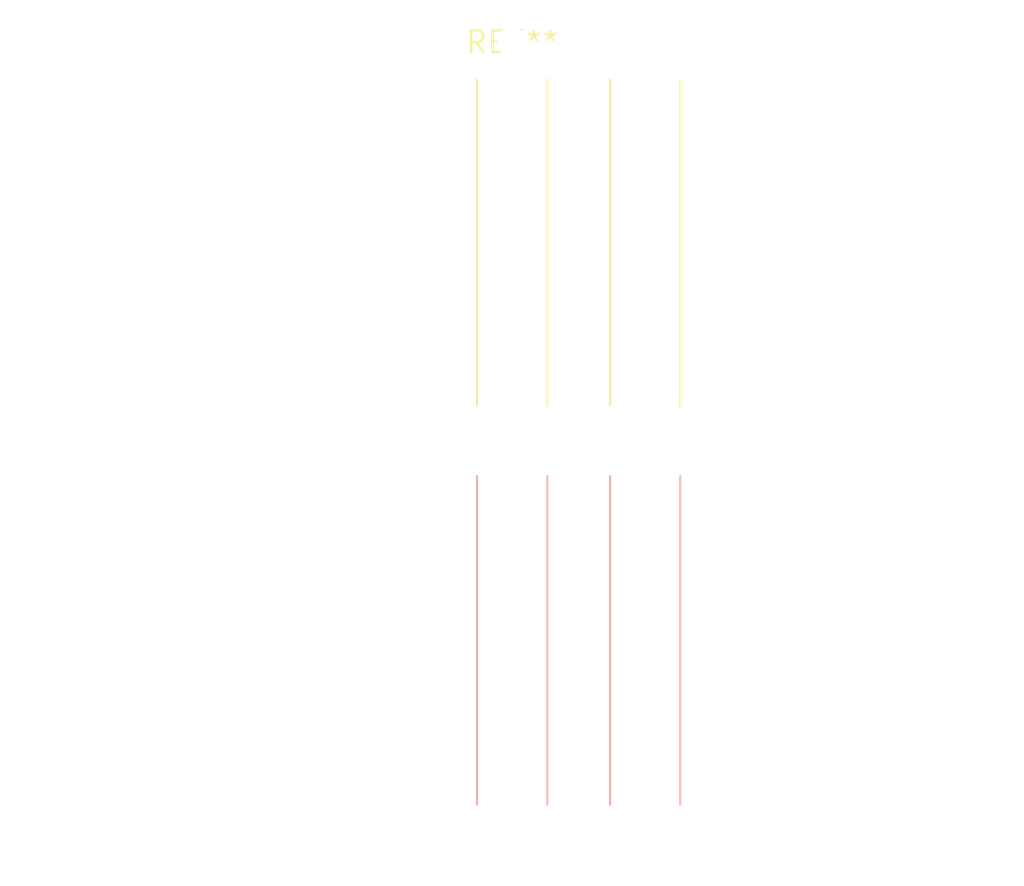
<source format=kicad_pcb>
(kicad_pcb (version 20240108) (generator pcbnew)
  (layers (0 "F.Cu" signal) (31 "B.Cu" signal) (34 "B.Paste" user) (35 "F.Paste" user) (36 "B.SilkS" user "B.Silkscreen") (37 "F.SilkS" user "F.Silkscreen") (38 "B.Mask" user) (39 "F.Mask" user) (44 "Edge.Cuts" user))
  (net 0 "")
  (footprint "SolderWire-1sqmm_1x02_P7.8mm_D1.4mm_OD3.9mm_Relief2x" (layer "F.Cu") (at 0 0)
    (property "Reference" "REF**")
    (property "Value" "SolderWire-1sqmm_1x02_P7.8mm_D1.4mm_OD3.9mm_Relief2x")
    (fp_line (start -2.06 25.46) (end -2.06 44.74) (layer "B.SilkS") (stroke (width 0.12)))
    (fp_line (start 2.06 25.46) (end 2.06 44.74) (layer "B.SilkS") (stroke (width 0.12)))
    (fp_line (start 5.74 25.46) (end 5.74 44.74) (layer "B.SilkS") (stroke (width 0.12)))
    (fp_line (start 9.86 25.46) (end 9.86 44.74) (layer "B.SilkS") (stroke (width 0.12)))
    (fp_line (start -2.06 2.21) (end -2.06 21.34) (layer "F.SilkS") (stroke (width 0.12)))
    (fp_line (start 2.06 2.21) (end 2.06 21.34) (layer "F.SilkS") (stroke (width 0.12)))
    (fp_line (start 5.74 2.21) (end 5.74 21.34) (layer "F.SilkS") (stroke (width 0.12)))
    (fp_line (start 9.86 2.21) (end 9.86 21.34) (layer "F.SilkS") (stroke (width 0.12)))
    (pad "" np_thru_hole circle (at 0 23.4) (size 4.4 4.4) (drill 4.4) (layers *.Cu *.Mask))
    (pad "" np_thru_hole circle (at 0 46.8) (size 4.4 4.4) (drill 4.4) (layers *.Cu *.Mask))
    (pad "" np_thru_hole circle (at 7.8 23.4) (size 4.4 4.4) (drill 4.4) (layers *.Cu *.Mask))
    (pad "" np_thru_hole circle (at 7.8 46.8) (size 4.4 4.4) (drill 4.4) (layers *.Cu *.Mask))
    (pad "1" thru_hole roundrect (at 0 0) (size 3.9 3.9) (drill 1.75) (layers *.Cu *.Mask) (remove_unused_layers) (roundrect_rratio 0.064103))
    (pad "2" thru_hole circle (at 7.8 0) (size 3.9 3.9) (drill 1.75) (layers *.Cu *.Mask) (remove_unused_layers))
  )
)
</source>
